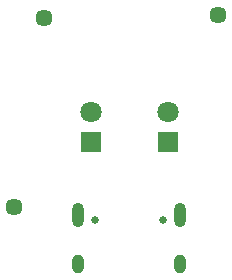
<source format=gbr>
%TF.GenerationSoftware,KiCad,Pcbnew,(6.0.0-0)*%
%TF.CreationDate,2022-01-05T16:19:23+01:00*%
%TF.ProjectId,IEC-62056-21-Optical-Probe,4945432d-3632-4303-9536-2d32312d4f70,1*%
%TF.SameCoordinates,Original*%
%TF.FileFunction,Soldermask,Bot*%
%TF.FilePolarity,Negative*%
%FSLAX46Y46*%
G04 Gerber Fmt 4.6, Leading zero omitted, Abs format (unit mm)*
G04 Created by KiCad (PCBNEW (6.0.0-0)) date 2022-01-05 16:19:23*
%MOMM*%
%LPD*%
G01*
G04 APERTURE LIST*
%ADD10C,1.448000*%
%ADD11O,1.000000X2.100000*%
%ADD12O,1.000000X1.600000*%
%ADD13C,0.650000*%
%ADD14R,1.800000X1.800000*%
%ADD15C,1.800000*%
G04 APERTURE END LIST*
D10*
%TO.C,H3*%
X142750000Y-90750000D03*
%TD*%
%TO.C,H2*%
X157500000Y-90500000D03*
%TD*%
%TO.C,H1*%
X140250000Y-106750000D03*
%TD*%
D11*
%TO.C,J1*%
X145680000Y-107395000D03*
X154320000Y-107395000D03*
D12*
X145680000Y-111575000D03*
X154320000Y-111575000D03*
D13*
X152890000Y-107895000D03*
X147110000Y-107895000D03*
%TD*%
D14*
%TO.C,Q3*%
X153250000Y-101270000D03*
D15*
X153250000Y-98730000D03*
%TD*%
D14*
%TO.C,D5*%
X146750000Y-101270000D03*
D15*
X146750000Y-98730000D03*
%TD*%
M02*

</source>
